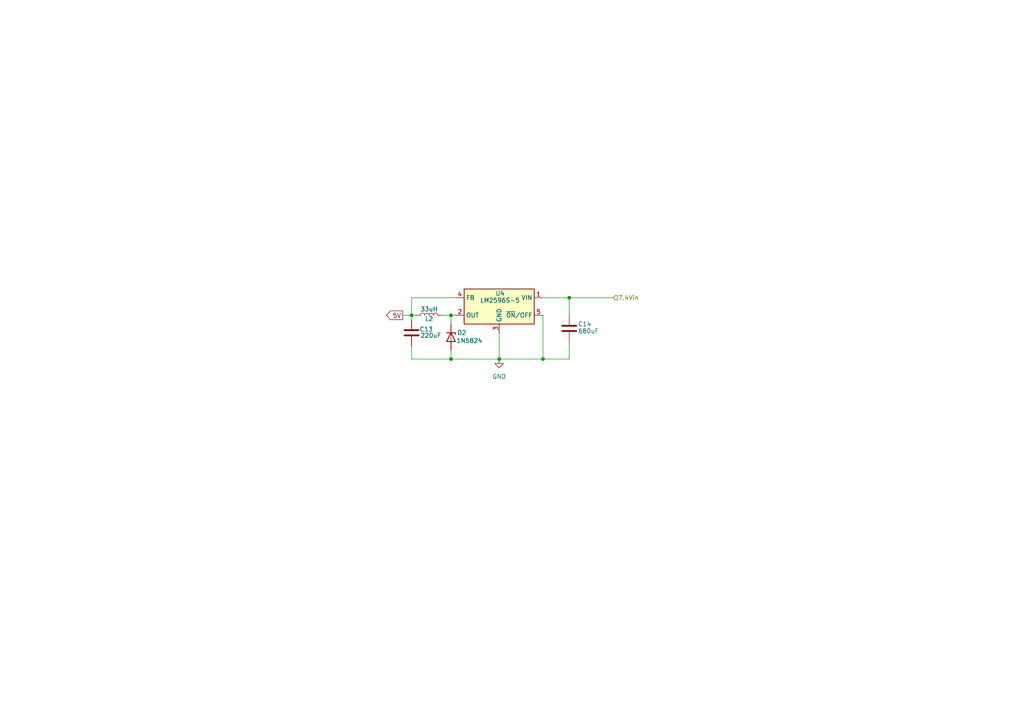
<source format=kicad_sch>
(kicad_sch
	(version 20250114)
	(generator "eeschema")
	(generator_version "9.0")
	(uuid "849215f6-9692-43c4-b99c-873dad06addb")
	(paper "A4")
	(lib_symbols
		(symbol "Device:C"
			(pin_numbers
				(hide yes)
			)
			(pin_names
				(offset 0.254)
			)
			(exclude_from_sim no)
			(in_bom yes)
			(on_board yes)
			(property "Reference" "C"
				(at 0.635 2.54 0)
				(effects
					(font
						(size 1.27 1.27)
					)
					(justify left)
				)
			)
			(property "Value" "C"
				(at 0.635 -2.54 0)
				(effects
					(font
						(size 1.27 1.27)
					)
					(justify left)
				)
			)
			(property "Footprint" ""
				(at 0.9652 -3.81 0)
				(effects
					(font
						(size 1.27 1.27)
					)
					(hide yes)
				)
			)
			(property "Datasheet" "~"
				(at 0 0 0)
				(effects
					(font
						(size 1.27 1.27)
					)
					(hide yes)
				)
			)
			(property "Description" "Unpolarized capacitor"
				(at 0 0 0)
				(effects
					(font
						(size 1.27 1.27)
					)
					(hide yes)
				)
			)
			(property "ki_keywords" "cap capacitor"
				(at 0 0 0)
				(effects
					(font
						(size 1.27 1.27)
					)
					(hide yes)
				)
			)
			(property "ki_fp_filters" "C_*"
				(at 0 0 0)
				(effects
					(font
						(size 1.27 1.27)
					)
					(hide yes)
				)
			)
			(symbol "C_0_1"
				(polyline
					(pts
						(xy -2.032 0.762) (xy 2.032 0.762)
					)
					(stroke
						(width 0.508)
						(type default)
					)
					(fill
						(type none)
					)
				)
				(polyline
					(pts
						(xy -2.032 -0.762) (xy 2.032 -0.762)
					)
					(stroke
						(width 0.508)
						(type default)
					)
					(fill
						(type none)
					)
				)
			)
			(symbol "C_1_1"
				(pin passive line
					(at 0 3.81 270)
					(length 2.794)
					(name "~"
						(effects
							(font
								(size 1.27 1.27)
							)
						)
					)
					(number "1"
						(effects
							(font
								(size 1.27 1.27)
							)
						)
					)
				)
				(pin passive line
					(at 0 -3.81 90)
					(length 2.794)
					(name "~"
						(effects
							(font
								(size 1.27 1.27)
							)
						)
					)
					(number "2"
						(effects
							(font
								(size 1.27 1.27)
							)
						)
					)
				)
			)
			(embedded_fonts no)
		)
		(symbol "Device:D_Zener"
			(pin_numbers
				(hide yes)
			)
			(pin_names
				(offset 1.016)
				(hide yes)
			)
			(exclude_from_sim no)
			(in_bom yes)
			(on_board yes)
			(property "Reference" "D"
				(at 0 2.54 0)
				(effects
					(font
						(size 1.27 1.27)
					)
				)
			)
			(property "Value" "D_Zener"
				(at 0 -2.54 0)
				(effects
					(font
						(size 1.27 1.27)
					)
				)
			)
			(property "Footprint" ""
				(at 0 0 0)
				(effects
					(font
						(size 1.27 1.27)
					)
					(hide yes)
				)
			)
			(property "Datasheet" "~"
				(at 0 0 0)
				(effects
					(font
						(size 1.27 1.27)
					)
					(hide yes)
				)
			)
			(property "Description" "Zener diode"
				(at 0 0 0)
				(effects
					(font
						(size 1.27 1.27)
					)
					(hide yes)
				)
			)
			(property "ki_keywords" "diode"
				(at 0 0 0)
				(effects
					(font
						(size 1.27 1.27)
					)
					(hide yes)
				)
			)
			(property "ki_fp_filters" "TO-???* *_Diode_* *SingleDiode* D_*"
				(at 0 0 0)
				(effects
					(font
						(size 1.27 1.27)
					)
					(hide yes)
				)
			)
			(symbol "D_Zener_0_1"
				(polyline
					(pts
						(xy -1.27 -1.27) (xy -1.27 1.27) (xy -0.762 1.27)
					)
					(stroke
						(width 0.254)
						(type default)
					)
					(fill
						(type none)
					)
				)
				(polyline
					(pts
						(xy 1.27 0) (xy -1.27 0)
					)
					(stroke
						(width 0)
						(type default)
					)
					(fill
						(type none)
					)
				)
				(polyline
					(pts
						(xy 1.27 -1.27) (xy 1.27 1.27) (xy -1.27 0) (xy 1.27 -1.27)
					)
					(stroke
						(width 0.254)
						(type default)
					)
					(fill
						(type none)
					)
				)
			)
			(symbol "D_Zener_1_1"
				(pin passive line
					(at -3.81 0 0)
					(length 2.54)
					(name "K"
						(effects
							(font
								(size 1.27 1.27)
							)
						)
					)
					(number "1"
						(effects
							(font
								(size 1.27 1.27)
							)
						)
					)
				)
				(pin passive line
					(at 3.81 0 180)
					(length 2.54)
					(name "A"
						(effects
							(font
								(size 1.27 1.27)
							)
						)
					)
					(number "2"
						(effects
							(font
								(size 1.27 1.27)
							)
						)
					)
				)
			)
			(embedded_fonts no)
		)
		(symbol "Device:L"
			(pin_numbers
				(hide yes)
			)
			(pin_names
				(offset 1.016)
				(hide yes)
			)
			(exclude_from_sim no)
			(in_bom yes)
			(on_board yes)
			(property "Reference" "L"
				(at -1.27 0 90)
				(effects
					(font
						(size 1.27 1.27)
					)
				)
			)
			(property "Value" "L"
				(at 1.905 0 90)
				(effects
					(font
						(size 1.27 1.27)
					)
				)
			)
			(property "Footprint" ""
				(at 0 0 0)
				(effects
					(font
						(size 1.27 1.27)
					)
					(hide yes)
				)
			)
			(property "Datasheet" "~"
				(at 0 0 0)
				(effects
					(font
						(size 1.27 1.27)
					)
					(hide yes)
				)
			)
			(property "Description" "Inductor"
				(at 0 0 0)
				(effects
					(font
						(size 1.27 1.27)
					)
					(hide yes)
				)
			)
			(property "ki_keywords" "inductor choke coil reactor magnetic"
				(at 0 0 0)
				(effects
					(font
						(size 1.27 1.27)
					)
					(hide yes)
				)
			)
			(property "ki_fp_filters" "Choke_* *Coil* Inductor_* L_*"
				(at 0 0 0)
				(effects
					(font
						(size 1.27 1.27)
					)
					(hide yes)
				)
			)
			(symbol "L_0_1"
				(arc
					(start 0 2.54)
					(mid 0.6323 1.905)
					(end 0 1.27)
					(stroke
						(width 0)
						(type default)
					)
					(fill
						(type none)
					)
				)
				(arc
					(start 0 1.27)
					(mid 0.6323 0.635)
					(end 0 0)
					(stroke
						(width 0)
						(type default)
					)
					(fill
						(type none)
					)
				)
				(arc
					(start 0 0)
					(mid 0.6323 -0.635)
					(end 0 -1.27)
					(stroke
						(width 0)
						(type default)
					)
					(fill
						(type none)
					)
				)
				(arc
					(start 0 -1.27)
					(mid 0.6323 -1.905)
					(end 0 -2.54)
					(stroke
						(width 0)
						(type default)
					)
					(fill
						(type none)
					)
				)
			)
			(symbol "L_1_1"
				(pin passive line
					(at 0 3.81 270)
					(length 1.27)
					(name "1"
						(effects
							(font
								(size 1.27 1.27)
							)
						)
					)
					(number "1"
						(effects
							(font
								(size 1.27 1.27)
							)
						)
					)
				)
				(pin passive line
					(at 0 -3.81 90)
					(length 1.27)
					(name "2"
						(effects
							(font
								(size 1.27 1.27)
							)
						)
					)
					(number "2"
						(effects
							(font
								(size 1.27 1.27)
							)
						)
					)
				)
			)
			(embedded_fonts no)
		)
		(symbol "Regulator_Switching:LM2596S-5"
			(exclude_from_sim no)
			(in_bom yes)
			(on_board yes)
			(property "Reference" "U"
				(at -10.16 6.35 0)
				(effects
					(font
						(size 1.27 1.27)
					)
					(justify left)
				)
			)
			(property "Value" "LM2596S-5"
				(at 0 6.35 0)
				(effects
					(font
						(size 1.27 1.27)
					)
					(justify left)
				)
			)
			(property "Footprint" "Package_TO_SOT_SMD:TO-263-5_TabPin3"
				(at 1.27 -6.35 0)
				(effects
					(font
						(size 1.27 1.27)
						(italic yes)
					)
					(justify left)
					(hide yes)
				)
			)
			(property "Datasheet" "http://www.ti.com/lit/ds/symlink/lm2596.pdf"
				(at 0 0 0)
				(effects
					(font
						(size 1.27 1.27)
					)
					(hide yes)
				)
			)
			(property "Description" "5V 3A Step-Down Voltage Regulator, TO-263"
				(at 0 0 0)
				(effects
					(font
						(size 1.27 1.27)
					)
					(hide yes)
				)
			)
			(property "ki_keywords" "Step-Down Voltage Regulator 5V 3A"
				(at 0 0 0)
				(effects
					(font
						(size 1.27 1.27)
					)
					(hide yes)
				)
			)
			(property "ki_fp_filters" "TO?263*"
				(at 0 0 0)
				(effects
					(font
						(size 1.27 1.27)
					)
					(hide yes)
				)
			)
			(symbol "LM2596S-5_0_1"
				(rectangle
					(start -10.16 5.08)
					(end 10.16 -5.08)
					(stroke
						(width 0.254)
						(type default)
					)
					(fill
						(type background)
					)
				)
			)
			(symbol "LM2596S-5_1_1"
				(pin power_in line
					(at -12.7 2.54 0)
					(length 2.54)
					(name "VIN"
						(effects
							(font
								(size 1.27 1.27)
							)
						)
					)
					(number "1"
						(effects
							(font
								(size 1.27 1.27)
							)
						)
					)
				)
				(pin input line
					(at -12.7 -2.54 0)
					(length 2.54)
					(name "~{ON}/OFF"
						(effects
							(font
								(size 1.27 1.27)
							)
						)
					)
					(number "5"
						(effects
							(font
								(size 1.27 1.27)
							)
						)
					)
				)
				(pin power_in line
					(at 0 -7.62 90)
					(length 2.54)
					(name "GND"
						(effects
							(font
								(size 1.27 1.27)
							)
						)
					)
					(number "3"
						(effects
							(font
								(size 1.27 1.27)
							)
						)
					)
				)
				(pin input line
					(at 12.7 2.54 180)
					(length 2.54)
					(name "FB"
						(effects
							(font
								(size 1.27 1.27)
							)
						)
					)
					(number "4"
						(effects
							(font
								(size 1.27 1.27)
							)
						)
					)
				)
				(pin output line
					(at 12.7 -2.54 180)
					(length 2.54)
					(name "OUT"
						(effects
							(font
								(size 1.27 1.27)
							)
						)
					)
					(number "2"
						(effects
							(font
								(size 1.27 1.27)
							)
						)
					)
				)
			)
			(embedded_fonts no)
		)
		(symbol "power:GND"
			(power)
			(pin_numbers
				(hide yes)
			)
			(pin_names
				(offset 0)
				(hide yes)
			)
			(exclude_from_sim no)
			(in_bom yes)
			(on_board yes)
			(property "Reference" "#PWR"
				(at 0 -6.35 0)
				(effects
					(font
						(size 1.27 1.27)
					)
					(hide yes)
				)
			)
			(property "Value" "GND"
				(at 0 -3.81 0)
				(effects
					(font
						(size 1.27 1.27)
					)
				)
			)
			(property "Footprint" ""
				(at 0 0 0)
				(effects
					(font
						(size 1.27 1.27)
					)
					(hide yes)
				)
			)
			(property "Datasheet" ""
				(at 0 0 0)
				(effects
					(font
						(size 1.27 1.27)
					)
					(hide yes)
				)
			)
			(property "Description" "Power symbol creates a global label with name \"GND\" , ground"
				(at 0 0 0)
				(effects
					(font
						(size 1.27 1.27)
					)
					(hide yes)
				)
			)
			(property "ki_keywords" "global power"
				(at 0 0 0)
				(effects
					(font
						(size 1.27 1.27)
					)
					(hide yes)
				)
			)
			(symbol "GND_0_1"
				(polyline
					(pts
						(xy 0 0) (xy 0 -1.27) (xy 1.27 -1.27) (xy 0 -2.54) (xy -1.27 -1.27) (xy 0 -1.27)
					)
					(stroke
						(width 0)
						(type default)
					)
					(fill
						(type none)
					)
				)
			)
			(symbol "GND_1_1"
				(pin power_in line
					(at 0 0 270)
					(length 0)
					(name "~"
						(effects
							(font
								(size 1.27 1.27)
							)
						)
					)
					(number "1"
						(effects
							(font
								(size 1.27 1.27)
							)
						)
					)
				)
			)
			(embedded_fonts no)
		)
	)
	(junction
		(at 165.1 86.36)
		(diameter 0)
		(color 0 0 0 0)
		(uuid "33a6003e-3cff-43e8-9bd8-a370a412d27b")
	)
	(junction
		(at 144.78 104.14)
		(diameter 0)
		(color 0 0 0 0)
		(uuid "46f31b9b-1f07-499b-b968-34a734281880")
	)
	(junction
		(at 130.81 91.44)
		(diameter 0)
		(color 0 0 0 0)
		(uuid "7d5d1610-3bf2-42c8-b62a-194b3a309a20")
	)
	(junction
		(at 130.81 104.14)
		(diameter 0)
		(color 0 0 0 0)
		(uuid "a0da41a2-041a-4bf5-a802-6b0c95a3c134")
	)
	(junction
		(at 157.48 104.14)
		(diameter 0)
		(color 0 0 0 0)
		(uuid "b22d1096-5542-4eba-86bc-8405f3791ce3")
	)
	(junction
		(at 119.38 91.44)
		(diameter 0)
		(color 0 0 0 0)
		(uuid "db2a1db3-9587-4d72-a63f-6ce0f802076c")
	)
	(wire
		(pts
			(xy 165.1 86.36) (xy 177.8 86.36)
		)
		(stroke
			(width 0)
			(type default)
		)
		(uuid "0e698131-06a1-4eca-b319-47e34afd23d8")
	)
	(wire
		(pts
			(xy 157.48 86.36) (xy 165.1 86.36)
		)
		(stroke
			(width 0)
			(type default)
		)
		(uuid "1fbacfe2-4e2a-45ff-bc0e-5987c4c23319")
	)
	(wire
		(pts
			(xy 144.78 104.14) (xy 157.48 104.14)
		)
		(stroke
			(width 0)
			(type default)
		)
		(uuid "21a8e405-7876-488a-954d-c4eb22fb8a01")
	)
	(wire
		(pts
			(xy 132.08 86.36) (xy 119.38 86.36)
		)
		(stroke
			(width 0)
			(type default)
		)
		(uuid "3e5f5381-24f8-47ff-aa02-39fa93e2c5ab")
	)
	(wire
		(pts
			(xy 119.38 86.36) (xy 119.38 91.44)
		)
		(stroke
			(width 0)
			(type default)
		)
		(uuid "4a4fd3f2-ee2d-4e5d-a648-1a9b15ed9d0c")
	)
	(wire
		(pts
			(xy 128.27 91.44) (xy 130.81 91.44)
		)
		(stroke
			(width 0)
			(type default)
		)
		(uuid "4e32f796-eb1f-4fe2-bc72-bd70c92c54fe")
	)
	(wire
		(pts
			(xy 157.48 104.14) (xy 165.1 104.14)
		)
		(stroke
			(width 0)
			(type default)
		)
		(uuid "51378c70-a1a9-46ac-9842-d3742579b292")
	)
	(wire
		(pts
			(xy 119.38 104.14) (xy 119.38 100.33)
		)
		(stroke
			(width 0)
			(type default)
		)
		(uuid "6c2f4cca-2bf8-44b0-b9d0-75fdc6e7093f")
	)
	(wire
		(pts
			(xy 119.38 104.14) (xy 130.81 104.14)
		)
		(stroke
			(width 0)
			(type default)
		)
		(uuid "7e6a157f-8343-4832-951e-dea8efe44ca7")
	)
	(wire
		(pts
			(xy 130.81 104.14) (xy 144.78 104.14)
		)
		(stroke
			(width 0)
			(type default)
		)
		(uuid "88431004-98f5-40d1-a83f-ead60dcc3404")
	)
	(wire
		(pts
			(xy 144.78 104.14) (xy 144.78 96.52)
		)
		(stroke
			(width 0)
			(type default)
		)
		(uuid "94ecd762-a4cf-42cf-81f5-b73d165a6805")
	)
	(wire
		(pts
			(xy 165.1 86.36) (xy 165.1 91.44)
		)
		(stroke
			(width 0)
			(type default)
		)
		(uuid "977e0309-d085-44c2-9a87-71a27f267683")
	)
	(wire
		(pts
			(xy 119.38 92.71) (xy 119.38 91.44)
		)
		(stroke
			(width 0)
			(type default)
		)
		(uuid "9e0f4a1e-3f63-433c-832e-d51074b8371c")
	)
	(wire
		(pts
			(xy 130.81 93.98) (xy 130.81 91.44)
		)
		(stroke
			(width 0)
			(type default)
		)
		(uuid "a7a8d8a8-67de-43e2-81f0-16eee299aa86")
	)
	(wire
		(pts
			(xy 165.1 99.06) (xy 165.1 104.14)
		)
		(stroke
			(width 0)
			(type default)
		)
		(uuid "c0b56604-c5cb-40da-9dbf-3a6a921e5f0a")
	)
	(wire
		(pts
			(xy 130.81 101.6) (xy 130.81 104.14)
		)
		(stroke
			(width 0)
			(type default)
		)
		(uuid "c8de7120-10a8-4bb9-b2f2-63147b8669a8")
	)
	(wire
		(pts
			(xy 132.08 91.44) (xy 130.81 91.44)
		)
		(stroke
			(width 0)
			(type default)
		)
		(uuid "da865eee-e41a-4445-a9df-0395fa078fae")
	)
	(wire
		(pts
			(xy 157.48 91.44) (xy 157.48 104.14)
		)
		(stroke
			(width 0)
			(type default)
		)
		(uuid "e8d3427b-77b2-43f4-aa77-35d40e6e94ed")
	)
	(wire
		(pts
			(xy 116.84 91.44) (xy 119.38 91.44)
		)
		(stroke
			(width 0)
			(type default)
		)
		(uuid "fb3e01b2-34b9-4f83-a604-3d1d9e23d0a0")
	)
	(wire
		(pts
			(xy 119.38 91.44) (xy 120.65 91.44)
		)
		(stroke
			(width 0)
			(type default)
		)
		(uuid "fb9c0a52-da11-4bd6-b984-8f5a6564960a")
	)
	(global_label "5V"
		(shape output)
		(at 116.84 91.44 180)
		(fields_autoplaced yes)
		(effects
			(font
				(size 1.27 1.27)
			)
			(justify right)
		)
		(uuid "140646a1-ce13-4d4c-b13c-b5ef88bd6e3b")
		(property "Intersheetrefs" "${INTERSHEET_REFS}"
			(at 111.5567 91.44 0)
			(effects
				(font
					(size 1.27 1.27)
				)
				(justify right)
				(hide yes)
			)
		)
	)
	(hierarchical_label "7.4Vin"
		(shape input)
		(at 177.8 86.36 0)
		(effects
			(font
				(size 1.27 1.27)
			)
			(justify left)
		)
		(uuid "61a6e18c-3cbf-4aa8-9bad-184593f60977")
	)
	(symbol
		(lib_id "Device:D_Zener")
		(at 130.81 97.79 270)
		(unit 1)
		(exclude_from_sim no)
		(in_bom yes)
		(on_board yes)
		(dnp no)
		(uuid "3a5583c3-0bbc-48a9-8220-8765fd50cd0b")
		(property "Reference" "D2"
			(at 132.588 96.52 90)
			(effects
				(font
					(size 1.27 1.27)
				)
				(justify left)
			)
		)
		(property "Value" "1N5824"
			(at 132.334 98.806 90)
			(effects
				(font
					(size 1.27 1.27)
				)
				(justify left)
			)
		)
		(property "Footprint" "Diode_THT:D_DO-41_SOD81_P7.62mm_Horizontal"
			(at 130.81 97.79 0)
			(effects
				(font
					(size 1.27 1.27)
				)
				(hide yes)
			)
		)
		(property "Datasheet" "~"
			(at 130.81 97.79 0)
			(effects
				(font
					(size 1.27 1.27)
				)
				(hide yes)
			)
		)
		(property "Description" "Zener diode"
			(at 130.81 97.79 0)
			(effects
				(font
					(size 1.27 1.27)
				)
				(hide yes)
			)
		)
		(pin "1"
			(uuid "fad523ab-8f8f-4525-b168-31b59d7e46e1")
		)
		(pin "2"
			(uuid "0759ccd4-6e6f-42e6-9760-89cfa033d911")
		)
		(instances
			(project "Car_PCB"
				(path "/c7e35edf-6ffe-40dc-9a4f-72db8dbc3769/fb80de10-9334-4d50-ac69-59cfa2040eaf"
					(reference "D2")
					(unit 1)
				)
			)
		)
	)
	(symbol
		(lib_id "Device:C")
		(at 165.1 95.25 0)
		(unit 1)
		(exclude_from_sim no)
		(in_bom yes)
		(on_board yes)
		(dnp no)
		(uuid "456b66a5-f6b2-4d3c-b77a-464ae3c7944f")
		(property "Reference" "C14"
			(at 167.64 93.98 0)
			(effects
				(font
					(size 1.27 1.27)
				)
				(justify left)
			)
		)
		(property "Value" "680uF"
			(at 167.64 96.012 0)
			(effects
				(font
					(size 1.27 1.27)
				)
				(justify left)
			)
		)
		(property "Footprint" "Capacitor_THT:CP_Radial_D4.0mm_P2.00mm"
			(at 166.0652 99.06 0)
			(effects
				(font
					(size 1.27 1.27)
				)
				(hide yes)
			)
		)
		(property "Datasheet" "~"
			(at 165.1 95.25 0)
			(effects
				(font
					(size 1.27 1.27)
				)
				(hide yes)
			)
		)
		(property "Description" "Unpolarized capacitor"
			(at 165.1 95.25 0)
			(effects
				(font
					(size 1.27 1.27)
				)
				(hide yes)
			)
		)
		(pin "1"
			(uuid "d52ce84e-36cb-432d-9b0b-1eae17491875")
		)
		(pin "2"
			(uuid "bf8e6b8c-e539-4c3d-84af-1f8553c9b615")
		)
		(instances
			(project "Car_PCB"
				(path "/c7e35edf-6ffe-40dc-9a4f-72db8dbc3769/fb80de10-9334-4d50-ac69-59cfa2040eaf"
					(reference "C14")
					(unit 1)
				)
			)
		)
	)
	(symbol
		(lib_id "Device:C")
		(at 119.38 96.52 0)
		(unit 1)
		(exclude_from_sim no)
		(in_bom yes)
		(on_board yes)
		(dnp no)
		(uuid "5f3a7551-e76d-4d77-9b90-08e3ce6f33a2")
		(property "Reference" "C13"
			(at 121.666 95.504 0)
			(effects
				(font
					(size 1.27 1.27)
				)
				(justify left)
			)
		)
		(property "Value" "220uF"
			(at 121.92 97.282 0)
			(effects
				(font
					(size 1.27 1.27)
				)
				(justify left)
			)
		)
		(property "Footprint" "Capacitor_THT:CP_Radial_D4.0mm_P2.00mm"
			(at 120.3452 100.33 0)
			(effects
				(font
					(size 1.27 1.27)
				)
				(hide yes)
			)
		)
		(property "Datasheet" "~"
			(at 119.38 96.52 0)
			(effects
				(font
					(size 1.27 1.27)
				)
				(hide yes)
			)
		)
		(property "Description" "Unpolarized capacitor"
			(at 119.38 96.52 0)
			(effects
				(font
					(size 1.27 1.27)
				)
				(hide yes)
			)
		)
		(pin "1"
			(uuid "d17cc4b0-82fd-43c6-949a-b278d37a5f24")
		)
		(pin "2"
			(uuid "22a5a499-ca77-48fc-984c-298e0b29fba9")
		)
		(instances
			(project "Car_PCB"
				(path "/c7e35edf-6ffe-40dc-9a4f-72db8dbc3769/fb80de10-9334-4d50-ac69-59cfa2040eaf"
					(reference "C13")
					(unit 1)
				)
			)
		)
	)
	(symbol
		(lib_id "Regulator_Switching:LM2596S-5")
		(at 144.78 88.9 0)
		(mirror y)
		(unit 1)
		(exclude_from_sim no)
		(in_bom yes)
		(on_board yes)
		(dnp no)
		(uuid "731089b6-9dc9-4e95-86ac-3e6394fb7c75")
		(property "Reference" "U4"
			(at 145.034 85.09 0)
			(effects
				(font
					(size 1.27 1.27)
				)
			)
		)
		(property "Value" "LM2596S-5"
			(at 145.034 87.122 0)
			(effects
				(font
					(size 1.27 1.27)
				)
			)
		)
		(property "Footprint" "Package_TO_SOT_SMD:TO-263-5_TabPin3"
			(at 143.51 95.25 0)
			(effects
				(font
					(size 1.27 1.27)
					(italic yes)
				)
				(justify left)
				(hide yes)
			)
		)
		(property "Datasheet" "http://www.ti.com/lit/ds/symlink/lm2596.pdf"
			(at 144.78 88.9 0)
			(effects
				(font
					(size 1.27 1.27)
				)
				(hide yes)
			)
		)
		(property "Description" "5V 3A Step-Down Voltage Regulator, TO-263"
			(at 144.78 88.9 0)
			(effects
				(font
					(size 1.27 1.27)
				)
				(hide yes)
			)
		)
		(pin "4"
			(uuid "c7358db3-21d5-47a3-8154-7208bc5e6b47")
		)
		(pin "2"
			(uuid "bdc9fbbf-b99d-4e0e-acba-ab205b07f98c")
		)
		(pin "3"
			(uuid "efd66006-ccee-42ff-92c1-1279c3476e17")
		)
		(pin "5"
			(uuid "d34c2975-4597-482e-9d44-8aff6fac923f")
		)
		(pin "1"
			(uuid "c9c7e6e8-dc70-43fb-ab6e-6f626b733f0b")
		)
		(instances
			(project "Car_PCB"
				(path "/c7e35edf-6ffe-40dc-9a4f-72db8dbc3769/fb80de10-9334-4d50-ac69-59cfa2040eaf"
					(reference "U4")
					(unit 1)
				)
			)
		)
	)
	(symbol
		(lib_id "power:GND")
		(at 144.78 104.14 0)
		(unit 1)
		(exclude_from_sim no)
		(in_bom yes)
		(on_board yes)
		(dnp no)
		(fields_autoplaced yes)
		(uuid "98863838-9cdd-4805-8a2b-ac848eb8431d")
		(property "Reference" "#PWR011"
			(at 144.78 110.49 0)
			(effects
				(font
					(size 1.27 1.27)
				)
				(hide yes)
			)
		)
		(property "Value" "GND"
			(at 144.78 109.22 0)
			(effects
				(font
					(size 1.27 1.27)
				)
			)
		)
		(property "Footprint" ""
			(at 144.78 104.14 0)
			(effects
				(font
					(size 1.27 1.27)
				)
				(hide yes)
			)
		)
		(property "Datasheet" ""
			(at 144.78 104.14 0)
			(effects
				(font
					(size 1.27 1.27)
				)
				(hide yes)
			)
		)
		(property "Description" "Power symbol creates a global label with name \"GND\" , ground"
			(at 144.78 104.14 0)
			(effects
				(font
					(size 1.27 1.27)
				)
				(hide yes)
			)
		)
		(pin "1"
			(uuid "4a892243-25bb-43ae-b1e3-66e1ad059600")
		)
		(instances
			(project "Car_PCB"
				(path "/c7e35edf-6ffe-40dc-9a4f-72db8dbc3769/fb80de10-9334-4d50-ac69-59cfa2040eaf"
					(reference "#PWR011")
					(unit 1)
				)
			)
		)
	)
	(symbol
		(lib_id "Device:L")
		(at 124.46 91.44 90)
		(unit 1)
		(exclude_from_sim no)
		(in_bom yes)
		(on_board yes)
		(dnp no)
		(uuid "d5387846-6607-4677-9f14-cc901dfdb448")
		(property "Reference" "L2"
			(at 124.46 92.456 90)
			(effects
				(font
					(size 1.27 1.27)
				)
			)
		)
		(property "Value" "33uH"
			(at 124.46 89.662 90)
			(effects
				(font
					(size 1.27 1.27)
				)
			)
		)
		(property "Footprint" "Inductor_THT:L_Radial_D7.0mm_P3.00mm"
			(at 124.46 91.44 0)
			(effects
				(font
					(size 1.27 1.27)
				)
				(hide yes)
			)
		)
		(property "Datasheet" "~"
			(at 124.46 91.44 0)
			(effects
				(font
					(size 1.27 1.27)
				)
				(hide yes)
			)
		)
		(property "Description" "Inductor"
			(at 124.46 91.44 0)
			(effects
				(font
					(size 1.27 1.27)
				)
				(hide yes)
			)
		)
		(pin "2"
			(uuid "14c52a1f-4c91-462d-9ce8-8a7ebb0f7d98")
		)
		(pin "1"
			(uuid "df927ca6-0df1-43be-bd6a-d559b828a7a3")
		)
		(instances
			(project "Car_PCB"
				(path "/c7e35edf-6ffe-40dc-9a4f-72db8dbc3769/fb80de10-9334-4d50-ac69-59cfa2040eaf"
					(reference "L2")
					(unit 1)
				)
			)
		)
	)
)

</source>
